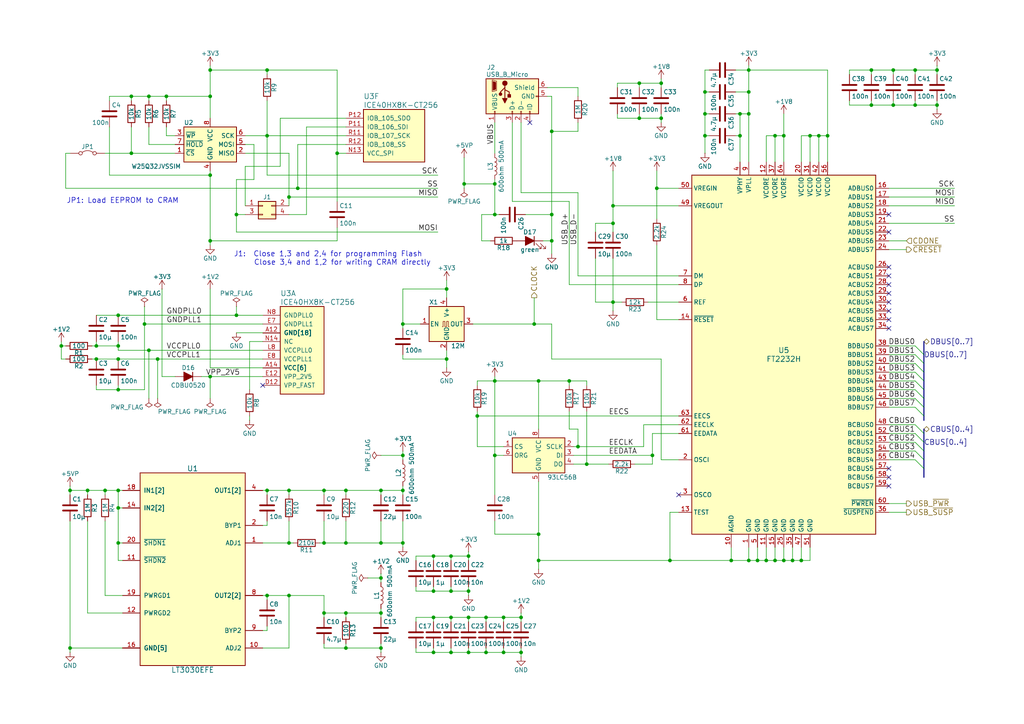
<source format=kicad_sch>
(kicad_sch (version 20231120) (generator "eeschema") (generator_version "8.0")
  (paper "A4")
  (title_block (title "Game Boy reverse eng. FPGA board") (date "2024-12-09") (rev "1") (company "CC-BY-SA-4.0 Michael Singer") (comment 1 "https://github.com/msinger/gbreveng/") (comment 2 "http://iceboy.a-singer.de/"))
  (junction (at 60.96 109.22))
  (junction (at 125.73 161.29))
  (junction (at 135.89 189.23))
  (junction (at 110.49 157.48))
  (junction (at 34.29 100.33))
  (junction (at 34.29 104.14))
  (junction (at 146.05 189.23))
  (junction (at 77.47 142.24))
  (junction (at 224.79 162.56))
  (junction (at 86.36 54.61))
  (junction (at 237.49 39.37))
  (junction (at 138.43 120.65))
  (junction (at 20.32 187.96))
  (junction (at 60.96 27.94))
  (junction (at 100.33 187.96))
  (junction (at 217.17 162.56))
  (junction (at 97.79 44.45))
  (junction (at 160.02 69.85))
  (junction (at 93.98 142.24))
  (junction (at 125.73 171.45))
  (junction (at 143.51 53.34))
  (junction (at 116.84 93.98))
  (junction (at 34.29 91.44))
  (junction (at 190.5 54.61))
  (junction (at 154.94 93.98))
  (junction (at 100.33 157.48))
  (junction (at 156.21 154.94))
  (junction (at 204.47 33.02))
  (junction (at 38.1 27.94))
  (junction (at 116.84 142.24))
  (junction (at 129.54 104.14))
  (junction (at 93.98 157.48))
  (junction (at 143.51 110.49))
  (junction (at 110.49 187.96))
  (junction (at 160.02 62.23))
  (junction (at 130.81 189.23))
  (junction (at 156.21 110.49))
  (junction (at 259.08 20.32))
  (junction (at 17.78 100.33))
  (junction (at 219.71 162.56))
  (junction (at 134.62 53.34))
  (junction (at 227.33 39.37))
  (junction (at 191.77 24.13))
  (junction (at 129.54 83.82))
  (junction (at 60.96 69.85))
  (junction (at 189.23 132.08))
  (junction (at 240.03 39.37))
  (junction (at 170.18 134.62))
  (junction (at 34.29 157.48))
  (junction (at 252.73 30.48))
  (junction (at 177.8 64.77))
  (junction (at 252.73 20.32))
  (junction (at 177.8 59.69))
  (junction (at 227.33 162.56))
  (junction (at 130.81 179.07))
  (junction (at 271.78 20.32))
  (junction (at 204.47 39.37))
  (junction (at 83.82 157.48))
  (junction (at 38.1 44.45))
  (junction (at 45.72 104.14))
  (junction (at 34.29 142.24))
  (junction (at 222.25 162.56))
  (junction (at 224.79 39.37))
  (junction (at 125.73 179.07))
  (junction (at 214.63 39.37))
  (junction (at 110.49 142.24))
  (junction (at 20.32 142.24))
  (junction (at 160.02 38.1))
  (junction (at 229.87 162.56))
  (junction (at 234.95 39.37))
  (junction (at 271.78 30.48))
  (junction (at 146.05 179.07))
  (junction (at 217.17 33.02))
  (junction (at 93.98 177.8))
  (junction (at 232.41 162.56))
  (junction (at 140.97 189.23))
  (junction (at 191.77 34.29))
  (junction (at 77.47 20.32))
  (junction (at 77.47 39.37))
  (junction (at 34.29 113.03))
  (junction (at 177.8 87.63))
  (junction (at 116.84 157.48))
  (junction (at 204.47 26.67))
  (junction (at 194.31 162.56))
  (junction (at 110.49 177.8))
  (junction (at 212.09 162.56))
  (junction (at 151.13 179.07))
  (junction (at 140.97 179.07))
  (junction (at 130.81 161.29))
  (junction (at 143.51 62.23))
  (junction (at 27.94 104.14))
  (junction (at 100.33 177.8))
  (junction (at 143.51 132.08))
  (junction (at 25.4 142.24))
  (junction (at 135.89 179.07))
  (junction (at 83.82 142.24))
  (junction (at 217.17 20.32))
  (junction (at 77.47 172.72))
  (junction (at 259.08 30.48))
  (junction (at 30.48 142.24))
  (junction (at 265.43 30.48))
  (junction (at 41.91 93.98))
  (junction (at 165.1 110.49))
  (junction (at 68.58 62.23))
  (junction (at 151.13 189.23))
  (junction (at 100.33 142.24))
  (junction (at 217.17 26.67))
  (junction (at 265.43 20.32))
  (junction (at 116.84 132.08))
  (junction (at 43.18 101.6))
  (junction (at 83.82 172.72))
  (junction (at 48.26 27.94))
  (junction (at 83.82 57.15))
  (junction (at 125.73 189.23))
  (junction (at 110.49 167.64))
  (junction (at 135.89 161.29))
  (junction (at 60.96 20.32))
  (junction (at 130.81 171.45))
  (junction (at 185.42 24.13))
  (junction (at 185.42 34.29))
  (junction (at 167.64 129.54))
  (junction (at 156.21 162.56))
  (junction (at 43.18 27.94))
  (junction (at 34.29 147.32))
  (junction (at 135.89 171.45))
  (junction (at 68.58 91.44))
  (junction (at 214.63 33.02))
  (junction (at 27.94 100.33))
  (junction (at 60.96 50.8))
  (no_connect (at 196.85 143.51))
  (no_connect (at 257.81 82.55))
  (no_connect (at 257.81 92.71))
  (no_connect (at 257.81 62.23))
  (no_connect (at 257.81 135.89))
  (no_connect (at 153.67 35.56))
  (no_connect (at 257.81 80.01))
  (no_connect (at 257.81 85.09))
  (no_connect (at 257.81 138.43))
  (no_connect (at 257.81 90.17))
  (no_connect (at 257.81 77.47))
  (no_connect (at 257.81 140.97))
  (no_connect (at 76.2 111.76))
  (no_connect (at 257.81 95.25))
  (no_connect (at 257.81 87.63))
  (no_connect (at 257.81 67.31))
  (bus_entry (at 265.43 110.49) (size 2.54 2.54))
  (bus_entry (at 265.43 123.19) (size 2.54 2.54))
  (bus_entry (at 265.43 102.87) (size 2.54 2.54))
  (bus_entry (at 265.43 105.41) (size 2.54 2.54))
  (bus_entry (at 265.43 133.35) (size 2.54 2.54))
  (bus_entry (at 265.43 113.03) (size 2.54 2.54))
  (bus_entry (at 265.43 128.27) (size 2.54 2.54))
  (bus_entry (at 265.43 125.73) (size 2.54 2.54))
  (bus_entry (at 265.43 115.57) (size 2.54 2.54))
  (bus_entry (at 265.43 130.81) (size 2.54 2.54))
  (bus_entry (at 265.43 100.33) (size 2.54 2.54))
  (bus_entry (at 265.43 118.11) (size 2.54 2.54))
  (bus_entry (at 265.43 107.95) (size 2.54 2.54))
  (wire (pts (xy 185.42 34.29) (xy 191.77 34.29)))
  (wire (pts (xy 125.73 161.29) (xy 125.73 162.56)))
  (wire (pts (xy 259.08 29.21) (xy 259.08 30.48)))
  (wire (pts (xy 143.51 53.34) (xy 143.51 62.23)))
  (wire (pts (xy 271.78 30.48) (xy 271.78 31.75)))
  (wire (pts (xy 77.47 182.88) (xy 76.2 182.88)))
  (wire (pts (xy 151.13 187.96) (xy 151.13 189.23)))
  (wire (pts (xy 81.28 34.29) (xy 81.28 48.26)))
  (wire (pts (xy 77.47 20.32) (xy 97.79 20.32)))
  (wire (pts (xy 143.51 35.56) (xy 143.51 44.45)))
  (wire (pts (xy 138.43 110.49) (xy 138.43 111.76)))
  (wire (pts (xy 110.49 186.69) (xy 110.49 187.96)))
  (wire (pts (xy 156.21 139.7) (xy 156.21 154.94)))
  (wire (pts (xy 100.33 179.07) (xy 100.33 177.8)))
  (wire (pts (xy 172.72 64.77) (xy 177.8 64.77)))
  (wire (pts (xy 25.4 142.24) (xy 30.48 142.24)))
  (wire (pts (xy 257.81 72.39) (xy 262.89 72.39)))
  (wire (pts (xy 191.77 33.02) (xy 191.77 34.29)))
  (wire (pts (xy 83.82 187.96) (xy 76.2 187.96)))
  (wire (pts (xy 166.37 134.62) (xy 170.18 134.62)))
  (wire (pts (xy 72.39 99.06) (xy 76.2 99.06)))
  (wire (pts (xy 58.42 109.22) (xy 60.96 109.22)))
  (wire (pts (xy 100.33 157.48) (xy 100.33 151.13)))
  (wire (pts (xy 110.49 176.53) (xy 110.49 177.8)))
  (wire (pts (xy 191.77 34.29) (xy 191.77 35.56)))
  (wire (pts (xy 151.13 177.8) (xy 151.13 179.07)))
  (wire (pts (xy 100.33 44.45) (xy 97.79 44.45)))
  (wire (pts (xy 143.51 110.49) (xy 143.51 109.22)))
  (wire (pts (xy 93.98 142.24) (xy 100.33 142.24)))
  (wire (pts (xy 116.84 93.98) (xy 116.84 95.25)))
  (wire (pts (xy 130.81 179.07) (xy 135.89 179.07)))
  (wire (pts (xy 257.81 146.05) (xy 262.89 146.05)))
  (wire (pts (xy 73.66 41.91) (xy 73.66 52.07)))
  (wire (pts (xy 110.49 142.24) (xy 110.49 143.51)))
  (bus (pts (xy 267.97 113.03) (xy 267.97 110.49)))
  (wire (pts (xy 167.64 38.1) (xy 160.02 38.1)))
  (wire (pts (xy 205.74 20.32) (xy 204.47 20.32)))
  (wire (pts (xy 177.8 87.63) (xy 177.8 90.17)))
  (wire (pts (xy 227.33 39.37) (xy 227.33 46.99)))
  (wire (pts (xy 204.47 26.67) (xy 205.74 26.67)))
  (wire (pts (xy 125.73 171.45) (xy 125.73 170.18)))
  (wire (pts (xy 222.25 158.75) (xy 222.25 162.56)))
  (wire (pts (xy 17.78 104.14) (xy 19.05 104.14)))
  (bus (pts (xy 267.97 128.27) (xy 267.97 130.81)))
  (wire (pts (xy 160.02 38.1) (xy 160.02 62.23)))
  (bus (pts (xy 267.97 115.57) (xy 267.97 113.03)))
  (wire (pts (xy 27.94 113.03) (xy 27.94 111.76)))
  (wire (pts (xy 17.78 100.33) (xy 17.78 104.14)))
  (wire (pts (xy 120.65 170.18) (xy 120.65 171.45)))
  (wire (pts (xy 110.49 167.64) (xy 110.49 168.91)))
  (wire (pts (xy 135.89 179.07) (xy 135.89 180.34)))
  (wire (pts (xy 34.29 99.06) (xy 34.29 100.33)))
  (wire (pts (xy 60.96 50.8) (xy 60.96 69.85)))
  (wire (pts (xy 60.96 106.68) (xy 76.2 106.68)))
  (wire (pts (xy 77.47 172.72) (xy 83.82 172.72)))
  (wire (pts (xy 185.42 34.29) (xy 185.42 33.02)))
  (wire (pts (xy 135.89 171.45) (xy 135.89 172.72)))
  (wire (pts (xy 191.77 24.13) (xy 191.77 25.4)))
  (wire (pts (xy 97.79 69.85) (xy 60.96 69.85)))
  (wire (pts (xy 135.89 179.07) (xy 140.97 179.07)))
  (wire (pts (xy 190.5 54.61) (xy 196.85 54.61)))
  (wire (pts (xy 257.81 107.95) (xy 265.43 107.95)))
  (wire (pts (xy 38.1 27.94) (xy 43.18 27.94)))
  (wire (pts (xy 186.69 123.19) (xy 196.85 123.19)))
  (wire (pts (xy 222.25 39.37) (xy 224.79 39.37)))
  (bus (pts (xy 267.97 135.89) (xy 267.97 138.43)))
  (wire (pts (xy 43.18 101.6) (xy 76.2 101.6)))
  (wire (pts (xy 125.73 171.45) (xy 130.81 171.45)))
  (wire (pts (xy 140.97 179.07) (xy 146.05 179.07)))
  (wire (pts (xy 160.02 104.14) (xy 160.02 93.98)))
  (wire (pts (xy 60.96 109.22) (xy 76.2 109.22)))
  (wire (pts (xy 68.58 62.23) (xy 71.12 62.23)))
  (wire (pts (xy 120.65 187.96) (xy 120.65 189.23)))
  (wire (pts (xy 83.82 157.48) (xy 85.09 157.48)))
  (wire (pts (xy 100.33 142.24) (xy 110.49 142.24)))
  (wire (pts (xy 217.17 19.05) (xy 217.17 20.32)))
  (wire (pts (xy 156.21 165.1) (xy 156.21 162.56)))
  (wire (pts (xy 34.29 104.14) (xy 45.72 104.14)))
  (wire (pts (xy 224.79 162.56) (xy 222.25 162.56)))
  (wire (pts (xy 17.78 99.06) (xy 17.78 100.33)))
  (wire (pts (xy 106.68 167.64) (xy 110.49 167.64)))
  (wire (pts (xy 30.48 142.24) (xy 30.48 143.51)))
  (wire (pts (xy 77.47 172.72) (xy 77.47 173.99)))
  (wire (pts (xy 83.82 151.13) (xy 83.82 157.48)))
  (wire (pts (xy 38.1 44.45) (xy 50.8 44.45)))
  (wire (pts (xy 116.84 130.81) (xy 116.84 132.08)))
  (wire (pts (xy 25.4 151.13) (xy 25.4 177.8)))
  (wire (pts (xy 41.91 88.9) (xy 41.91 93.98)))
  (wire (pts (xy 265.43 20.32) (xy 271.78 20.32)))
  (wire (pts (xy 240.03 39.37) (xy 237.49 39.37)))
  (wire (pts (xy 213.36 20.32) (xy 217.17 20.32)))
  (wire (pts (xy 93.98 151.13) (xy 93.98 157.48)))
  (wire (pts (xy 68.58 88.9) (xy 68.58 91.44)))
  (wire (pts (xy 166.37 132.08) (xy 189.23 132.08)))
  (wire (pts (xy 190.5 92.71) (xy 190.5 71.12)))
  (wire (pts (xy 134.62 45.72) (xy 134.62 53.34)))
  (wire (pts (xy 259.08 20.32) (xy 265.43 20.32)))
  (wire (pts (xy 165.1 119.38) (xy 165.1 124.46)))
  (wire (pts (xy 31.75 36.83) (xy 31.75 50.8)))
  (wire (pts (xy 135.89 161.29) (xy 135.89 162.56)))
  (wire (pts (xy 219.71 162.56) (xy 217.17 162.56)))
  (wire (pts (xy 125.73 161.29) (xy 130.81 161.29)))
  (wire (pts (xy 146.05 189.23) (xy 151.13 189.23)))
  (wire (pts (xy 100.33 187.96) (xy 100.33 186.69)))
  (wire (pts (xy 26.67 104.14) (xy 27.94 104.14)))
  (wire (pts (xy 86.36 54.61) (xy 127 54.61)))
  (wire (pts (xy 143.51 132.08) (xy 143.51 143.51)))
  (wire (pts (xy 165.1 124.46) (xy 167.64 124.46)))
  (wire (pts (xy 257.81 118.11) (xy 265.43 118.11)))
  (wire (pts (xy 129.54 81.28) (xy 129.54 83.82)))
  (wire (pts (xy 177.8 87.63) (xy 180.34 87.63)))
  (wire (pts (xy 160.02 69.85) (xy 160.02 73.66)))
  (wire (pts (xy 184.15 134.62) (xy 189.23 134.62)))
  (wire (pts (xy 257.81 125.73) (xy 265.43 125.73)))
  (wire (pts (xy 38.1 36.83) (xy 38.1 44.45)))
  (wire (pts (xy 146.05 179.07) (xy 151.13 179.07)))
  (wire (pts (xy 222.25 162.56) (xy 219.71 162.56)))
  (wire (pts (xy 204.47 33.02) (xy 205.74 33.02)))
  (wire (pts (xy 224.79 39.37) (xy 224.79 46.99)))
  (wire (pts (xy 170.18 134.62) (xy 176.53 134.62)))
  (bus (pts (xy 267.97 133.35) (xy 267.97 135.89)))
  (wire (pts (xy 167.64 55.88) (xy 167.64 80.01)))
  (wire (pts (xy 73.66 52.07) (xy 68.58 52.07)))
  (wire (pts (xy 165.1 110.49) (xy 165.1 111.76)))
  (wire (pts (xy 214.63 39.37) (xy 214.63 46.99)))
  (wire (pts (xy 135.89 160.02) (xy 135.89 161.29)))
  (wire (pts (xy 34.29 142.24) (xy 35.56 142.24)))
  (wire (pts (xy 125.73 179.07) (xy 125.73 180.34)))
  (wire (pts (xy 167.64 80.01) (xy 196.85 80.01)))
  (wire (pts (xy 68.58 67.31) (xy 127 67.31)))
  (wire (pts (xy 252.73 30.48) (xy 259.08 30.48)))
  (wire (pts (xy 177.8 64.77) (xy 177.8 67.31)))
  (wire (pts (xy 60.96 83.82) (xy 60.96 106.68)))
  (wire (pts (xy 152.4 62.23) (xy 160.02 62.23)))
  (wire (pts (xy 217.17 33.02) (xy 214.63 33.02)))
  (wire (pts (xy 48.26 27.94) (xy 60.96 27.94)))
  (wire (pts (xy 20.32 142.24) (xy 20.32 143.51)))
  (wire (pts (xy 93.98 177.8) (xy 100.33 177.8)))
  (wire (pts (xy 217.17 26.67) (xy 213.36 26.67)))
  (wire (pts (xy 129.54 101.6) (xy 129.54 104.14)))
  (wire (pts (xy 190.5 49.53) (xy 190.5 54.61)))
  (wire (pts (xy 100.33 187.96) (xy 110.49 187.96)))
  (wire (pts (xy 93.98 142.24) (xy 93.98 143.51)))
  (wire (pts (xy 140.97 189.23) (xy 146.05 189.23)))
  (wire (pts (xy 31.75 50.8) (xy 60.96 50.8)))
  (wire (pts (xy 77.47 39.37) (xy 77.47 50.8)))
  (wire (pts (xy 93.98 186.69) (xy 93.98 187.96)))
  (wire (pts (xy 227.33 33.02) (xy 227.33 39.37)))
  (wire (pts (xy 116.84 83.82) (xy 116.84 93.98)))
  (wire (pts (xy 25.4 177.8) (xy 35.56 177.8)))
  (wire (pts (xy 217.17 162.56) (xy 212.09 162.56)))
  (wire (pts (xy 232.41 39.37) (xy 234.95 39.37)))
  (wire (pts (xy 227.33 158.75) (xy 227.33 162.56)))
  (wire (pts (xy 76.2 142.24) (xy 77.47 142.24)))
  (wire (pts (xy 212.09 162.56) (xy 194.31 162.56)))
  (wire (pts (xy 46.99 109.22) (xy 50.8 109.22)))
  (wire (pts (xy 138.43 120.65) (xy 196.85 120.65)))
  (wire (pts (xy 134.62 53.34) (xy 134.62 54.61)))
  (wire (pts (xy 246.38 20.32) (xy 252.73 20.32)))
  (wire (pts (xy 257.81 54.61) (xy 276.86 54.61)))
  (wire (pts (xy 172.72 74.93) (xy 172.72 87.63)))
  (wire (pts (xy 43.18 29.21) (xy 43.18 27.94)))
  (wire (pts (xy 232.41 162.56) (xy 229.87 162.56)))
  (wire (pts (xy 72.39 120.65) (xy 72.39 121.92)))
  (wire (pts (xy 41.91 93.98) (xy 76.2 93.98)))
  (wire (pts (xy 257.81 130.81) (xy 265.43 130.81)))
  (wire (pts (xy 219.71 158.75) (xy 219.71 162.56)))
  (wire (pts (xy 83.82 57.15) (xy 127 57.15)))
  (wire (pts (xy 34.29 101.6) (xy 43.18 101.6)))
  (wire (pts (xy 68.58 96.52) (xy 76.2 96.52)))
  (wire (pts (xy 110.49 142.24) (xy 116.84 142.24)))
  (wire (pts (xy 45.72 104.14) (xy 76.2 104.14)))
  (wire (pts (xy 191.77 133.35) (xy 191.77 104.14)))
  (wire (pts (xy 77.47 29.21) (xy 77.47 39.37)))
  (wire (pts (xy 252.73 20.32) (xy 252.73 21.59)))
  (wire (pts (xy 177.8 49.53) (xy 177.8 59.69)))
  (wire (pts (xy 170.18 110.49) (xy 170.18 111.76)))
  (wire (pts (xy 160.02 27.94) (xy 160.02 38.1)))
  (wire (pts (xy 262.89 148.59) (xy 257.81 148.59)))
  (wire (pts (xy 189.23 125.73) (xy 189.23 132.08)))
  (wire (pts (xy 232.41 39.37) (xy 232.41 46.99)))
  (wire (pts (xy 204.47 33.02) (xy 204.47 39.37)))
  (wire (pts (xy 130.81 161.29) (xy 130.81 162.56)))
  (wire (pts (xy 143.51 62.23) (xy 144.78 62.23)))
  (wire (pts (xy 71.12 48.26) (xy 71.12 59.69)))
  (wire (pts (xy 204.47 20.32) (xy 204.47 26.67)))
  (wire (pts (xy 30.48 151.13) (xy 30.48 172.72)))
  (wire (pts (xy 60.96 115.57) (xy 60.96 109.22)))
  (wire (pts (xy 257.81 59.69) (xy 276.86 59.69)))
  (wire (pts (xy 204.47 39.37) (xy 205.74 39.37)))
  (wire (pts (xy 116.84 140.97) (xy 116.84 142.24)))
  (wire (pts (xy 185.42 25.4) (xy 185.42 24.13)))
  (wire (pts (xy 97.79 66.04) (xy 97.79 69.85)))
  (wire (pts (xy 217.17 158.75) (xy 217.17 162.56)))
  (wire (pts (xy 27.94 104.14) (xy 34.29 104.14)))
  (wire (pts (xy 177.8 74.93) (xy 177.8 87.63)))
  (wire (pts (xy 43.18 27.94) (xy 48.26 27.94)))
  (wire (pts (xy 229.87 158.75) (xy 229.87 162.56)))
  (wire (pts (xy 129.54 104.14) (xy 129.54 106.68)))
  (wire (pts (xy 160.02 62.23) (xy 160.02 69.85)))
  (wire (pts (xy 110.49 157.48) (xy 116.84 157.48)))
  (wire (pts (xy 214.63 39.37) (xy 213.36 39.37)))
  (wire (pts (xy 41.91 113.03) (xy 34.29 113.03)))
  (wire (pts (xy 234.95 39.37) (xy 234.95 46.99)))
  (wire (pts (xy 212.09 158.75) (xy 212.09 162.56)))
  (wire (pts (xy 116.84 102.87) (xy 116.84 104.14)))
  (wire (pts (xy 76.2 172.72) (xy 77.47 172.72)))
  (wire (pts (xy 34.29 162.56) (xy 35.56 162.56)))
  (wire (pts (xy 165.1 110.49) (xy 170.18 110.49)))
  (wire (pts (xy 271.78 29.21) (xy 271.78 30.48)))
  (wire (pts (xy 76.2 157.48) (xy 83.82 157.48)))
  (wire (pts (xy 34.29 157.48) (xy 34.29 162.56)))
  (wire (pts (xy 156.21 154.94) (xy 156.21 162.56)))
  (wire (pts (xy 93.98 177.8) (xy 93.98 179.07)))
  (bus (pts (xy 267.97 105.41) (xy 267.97 102.87)))
  (wire (pts (xy 143.51 53.34) (xy 134.62 53.34)))
  (wire (pts (xy 77.47 181.61) (xy 77.47 182.88)))
  (wire (pts (xy 125.73 189.23) (xy 130.81 189.23)))
  (wire (pts (xy 92.71 157.48) (xy 93.98 157.48)))
  (wire (pts (xy 217.17 33.02) (xy 217.17 46.99)))
  (wire (pts (xy 204.47 39.37) (xy 204.47 44.45)))
  (wire (pts (xy 160.02 104.14) (xy 191.77 104.14)))
  (wire (pts (xy 185.42 24.13) (xy 191.77 24.13)))
  (wire (pts (xy 167.64 25.4) (xy 167.64 27.94)))
  (wire (pts (xy 138.43 119.38) (xy 138.43 120.65)))
  (wire (pts (xy 41.91 93.98) (xy 41.91 113.03)))
  (wire (pts (xy 110.49 157.48) (xy 110.49 151.13)))
  (wire (pts (xy 83.82 57.15) (xy 83.82 59.69)))
  (wire (pts (xy 138.43 110.49) (xy 143.51 110.49)))
  (wire (pts (xy 257.81 113.03) (xy 265.43 113.03)))
  (wire (pts (xy 130.81 171.45) (xy 130.81 170.18)))
  (wire (pts (xy 135.89 189.23) (xy 140.97 189.23)))
  (wire (pts (xy 257.81 100.33) (xy 265.43 100.33)))
  (wire (pts (xy 19.05 54.61) (xy 86.36 54.61)))
  (wire (pts (xy 172.72 67.31) (xy 172.72 64.77)))
  (wire (pts (xy 135.89 189.23) (xy 135.89 187.96)))
  (wire (pts (xy 222.25 39.37) (xy 222.25 46.99)))
  (wire (pts (xy 46.99 83.82) (xy 46.99 109.22)))
  (wire (pts (xy 151.13 35.56) (xy 151.13 55.88)))
  (wire (pts (xy 100.33 34.29) (xy 81.28 34.29)))
  (wire (pts (xy 20.32 187.96) (xy 20.32 189.23)))
  (wire (pts (xy 120.65 162.56) (xy 120.65 161.29)))
  (wire (pts (xy 83.82 142.24) (xy 93.98 142.24)))
  (wire (pts (xy 26.67 100.33) (xy 27.94 100.33)))
  (wire (pts (xy 120.65 161.29) (xy 125.73 161.29)))
  (wire (pts (xy 125.73 189.23) (xy 125.73 187.96)))
  (wire (pts (xy 191.77 133.35) (xy 196.85 133.35)))
  (wire (pts (xy 246.38 29.21) (xy 246.38 30.48)))
  (wire (pts (xy 30.48 44.45) (xy 38.1 44.45)))
  (wire (pts (xy 138.43 120.65) (xy 138.43 129.54)))
  (wire (pts (xy 140.97 189.23) (xy 140.97 187.96)))
  (wire (pts (xy 143.51 52.07) (xy 143.51 53.34)))
  (wire (pts (xy 60.96 20.32) (xy 60.96 27.94)))
  (wire (pts (xy 116.84 151.13) (xy 116.84 157.48)))
  (wire (pts (xy 34.29 157.48) (xy 35.56 157.48)))
  (wire (pts (xy 20.32 142.24) (xy 25.4 142.24)))
  (wire (pts (xy 234.95 162.56) (xy 232.41 162.56)))
  (bus (pts (xy 267.97 121.92) (xy 267.97 120.65)))
  (wire (pts (xy 172.72 87.63) (xy 177.8 87.63)))
  (wire (pts (xy 257.81 115.57) (xy 265.43 115.57)))
  (wire (pts (xy 165.1 82.55) (xy 196.85 82.55)))
  (wire (pts (xy 257.81 102.87) (xy 265.43 102.87)))
  (wire (pts (xy 151.13 179.07) (xy 151.13 180.34)))
  (wire (pts (xy 252.73 20.32) (xy 259.08 20.32)))
  (wire (pts (xy 143.51 151.13) (xy 143.51 154.94)))
  (wire (pts (xy 257.81 57.15) (xy 276.86 57.15)))
  (wire (pts (xy 130.81 189.23) (xy 130.81 187.96)))
  (wire (pts (xy 68.58 91.44) (xy 76.2 91.44)))
  (wire (pts (xy 93.98 157.48) (xy 100.33 157.48)))
  (wire (pts (xy 60.96 69.85) (xy 60.96 71.12)))
  (wire (pts (xy 100.33 177.8) (xy 110.49 177.8)))
  (wire (pts (xy 167.64 35.56) (xy 167.64 38.1)))
  (wire (pts (xy 93.98 187.96) (xy 100.33 187.96)))
  (wire (pts (xy 146.05 189.23) (xy 146.05 187.96)))
  (wire (pts (xy 240.03 20.32) (xy 240.03 39.37)))
  (wire (pts (xy 189.23 132.08) (xy 189.23 134.62)))
  (wire (pts (xy 30.48 172.72) (xy 35.56 172.72)))
  (wire (pts (xy 77.47 20.32) (xy 77.47 21.59)))
  (wire (pts (xy 139.7 69.85) (xy 142.24 69.85)))
  (wire (pts (xy 60.96 27.94) (xy 60.96 34.29)))
  (wire (pts (xy 17.78 100.33) (xy 19.05 100.33)))
  (wire (pts (xy 257.81 64.77) (xy 276.86 64.77)))
  (wire (pts (xy 48.26 36.83) (xy 48.26 39.37)))
  (wire (pts (xy 34.29 100.33) (xy 34.29 101.6)))
  (wire (pts (xy 157.48 69.85) (xy 160.02 69.85)))
  (bus (pts (xy 267.97 110.49) (xy 267.97 107.95)))
  (wire (pts (xy 156.21 110.49) (xy 156.21 124.46)))
  (wire (pts (xy 121.92 93.98) (xy 116.84 93.98)))
  (wire (pts (xy 194.31 148.59) (xy 194.31 162.56)))
  (wire (pts (xy 217.17 20.32) (xy 217.17 26.67)))
  (wire (pts (xy 151.13 189.23) (xy 151.13 190.5)))
  (wire (pts (xy 50.8 41.91) (xy 43.18 41.91)))
  (wire (pts (xy 257.81 110.49) (xy 265.43 110.49)))
  (wire (pts (xy 116.84 104.14) (xy 129.54 104.14)))
  (wire (pts (xy 68.58 52.07) (xy 68.58 62.23)))
  (wire (pts (xy 158.75 25.4) (xy 167.64 25.4)))
  (wire (pts (xy 179.07 24.13) (xy 185.42 24.13)))
  (wire (pts (xy 143.51 132.08) (xy 146.05 132.08)))
  (wire (pts (xy 60.96 20.32) (xy 77.47 20.32)))
  (wire (pts (xy 179.07 24.13) (xy 179.07 25.4)))
  (wire (pts (xy 143.51 110.49) (xy 143.51 132.08)))
  (wire (pts (xy 190.5 92.71) (xy 196.85 92.71)))
  (wire (pts (xy 27.94 100.33) (xy 27.94 99.06)))
  (wire (pts (xy 259.08 20.32) (xy 259.08 21.59)))
  (wire (pts (xy 139.7 62.23) (xy 143.51 62.23)))
  (wire (pts (xy 71.12 41.91) (xy 73.66 41.91)))
  (wire (pts (xy 129.54 83.82) (xy 116.84 83.82)))
  (wire (pts (xy 120.65 189.23) (xy 125.73 189.23)))
  (wire (pts (xy 257.81 128.27) (xy 265.43 128.27)))
  (wire (pts (xy 48.26 39.37) (xy 50.8 39.37)))
  (wire (pts (xy 240.03 39.37) (xy 240.03 46.99)))
  (wire (pts (xy 77.47 50.8) (xy 127 50.8)))
  (bus (pts (xy 267.97 130.81) (xy 267.97 133.35)))
  (wire (pts (xy 165.1 58.42) (xy 165.1 82.55)))
  (wire (pts (xy 214.63 33.02) (xy 213.36 33.02)))
  (bus (pts (xy 267.97 118.11) (xy 267.97 115.57)))
  (wire (pts (xy 146.05 179.07) (xy 146.05 180.34)))
  (wire (pts (xy 224.79 39.37) (xy 227.33 39.37)))
  (wire (pts (xy 160.02 27.94) (xy 158.75 27.94)))
  (wire (pts (xy 130.81 171.45) (xy 135.89 171.45)))
  (wire (pts (xy 110.49 166.37) (xy 110.49 167.64)))
  (wire (pts (xy 217.17 26.67) (xy 217.17 33.02)))
  (wire (pts (xy 77.47 151.13) (xy 77.47 152.4)))
  (bus (pts (xy 267.97 120.65) (xy 267.97 118.11)))
  (wire (pts (xy 167.64 129.54) (xy 166.37 129.54)))
  (wire (pts (xy 43.18 101.6) (xy 43.18 115.57)))
  (wire (pts (xy 130.81 189.23) (xy 135.89 189.23)))
  (wire (pts (xy 27.94 91.44) (xy 34.29 91.44)))
  (wire (pts (xy 120.65 171.45) (xy 125.73 171.45)))
  (wire (pts (xy 77.47 39.37) (xy 71.12 39.37)))
  (wire (pts (xy 88.9 62.23) (xy 88.9 36.83)))
  (wire (pts (xy 97.79 20.32) (xy 97.79 44.45)))
  (wire (pts (xy 34.29 113.03) (xy 34.29 111.76)))
  (wire (pts (xy 116.84 142.24) (xy 116.84 143.51)))
  (wire (pts (xy 135.89 170.18) (xy 135.89 171.45)))
  (wire (pts (xy 81.28 48.26) (xy 71.12 48.26)))
  (wire (pts (xy 110.49 187.96) (xy 110.49 189.23)))
  (wire (pts (xy 68.58 62.23) (xy 68.58 67.31)))
  (wire (pts (xy 77.47 152.4) (xy 76.2 152.4)))
  (wire (pts (xy 34.29 147.32) (xy 35.56 147.32)))
  (wire (pts (xy 130.81 161.29) (xy 135.89 161.29)))
  (wire (pts (xy 34.29 147.32) (xy 34.29 157.48)))
  (bus (pts (xy 267.97 125.73) (xy 267.97 128.27)))
  (wire (pts (xy 143.51 110.49) (xy 156.21 110.49)))
  (wire (pts (xy 35.56 187.96) (xy 20.32 187.96)))
  (wire (pts (xy 224.79 158.75) (xy 224.79 162.56)))
  (wire (pts (xy 139.7 69.85) (xy 139.7 62.23)))
  (wire (pts (xy 234.95 39.37) (xy 237.49 39.37)))
  (wire (pts (xy 179.07 34.29) (xy 185.42 34.29)))
  (wire (pts (xy 259.08 30.48) (xy 265.43 30.48)))
  (wire (pts (xy 129.54 83.82) (xy 129.54 86.36)))
  (wire (pts (xy 186.69 123.19) (xy 186.69 129.54)))
  (bus (pts (xy 267.97 107.95) (xy 267.97 105.41)))
  (wire (pts (xy 257.81 105.41) (xy 265.43 105.41)))
  (wire (pts (xy 43.18 41.91) (xy 43.18 36.83)))
  (wire (pts (xy 25.4 142.24) (xy 25.4 143.51)))
  (wire (pts (xy 265.43 30.48) (xy 265.43 29.21)))
  (wire (pts (xy 148.59 35.56) (xy 148.59 58.42)))
  (wire (pts (xy 100.33 157.48) (xy 110.49 157.48)))
  (wire (pts (xy 187.96 87.63) (xy 196.85 87.63)))
  (wire (pts (xy 77.47 142.24) (xy 77.47 143.51)))
  (wire (pts (xy 186.69 129.54) (xy 167.64 129.54)))
  (wire (pts (xy 93.98 172.72) (xy 93.98 177.8)))
  (wire (pts (xy 156.21 162.56) (xy 194.31 162.56)))
  (wire (pts (xy 30.48 142.24) (xy 34.29 142.24)))
  (wire (pts (xy 27.94 100.33) (xy 34.29 100.33)))
  (wire (pts (xy 140.97 179.07) (xy 140.97 180.34)))
  (wire (pts (xy 271.78 19.05) (xy 271.78 20.32)))
  (wire (pts (xy 83.82 62.23) (xy 88.9 62.23)))
  (wire (pts (xy 217.17 20.32) (xy 240.03 20.32)))
  (wire (pts (xy 100.33 41.91) (xy 86.36 41.91)))
  (wire (pts (xy 154.94 93.98) (xy 154.94 86.36)))
  (wire (pts (xy 257.81 133.35) (xy 265.43 133.35)))
  (wire (pts (xy 20.32 140.97) (xy 20.32 142.24)))
  (wire (pts (xy 97.79 44.45) (xy 97.79 58.42)))
  (wire (pts (xy 143.51 154.94) (xy 156.21 154.94)))
  (wire (pts (xy 204.47 26.67) (xy 204.47 33.02)))
  (bus (pts (xy 267.97 102.87) (xy 267.97 99.06)))
  (wire (pts (xy 227.33 162.56) (xy 224.79 162.56)))
  (wire (pts (xy 232.41 158.75) (xy 232.41 162.56)))
  (wire (pts (xy 19.05 44.45) (xy 20.32 44.45)))
  (wire (pts (xy 86.36 41.91) (xy 86.36 54.61)))
  (wire (pts (xy 72.39 99.06) (xy 72.39 113.03)))
  (wire (pts (xy 20.32 151.13) (xy 20.32 187.96)))
  (wire (pts (xy 246.38 21.59) (xy 246.38 20.32)))
  (wire (pts (xy 194.31 148.59) (xy 196.85 148.59)))
  (wire (pts (xy 151.13 55.88) (xy 167.64 55.88)))
  (wire (pts (xy 116.84 157.48) (xy 116.84 158.75)))
  (wire (pts (xy 38.1 27.94) (xy 38.1 29.21)))
  (wire (pts (xy 71.12 44.45) (xy 83.82 44.45)))
  (wire (pts (xy 154.94 93.98) (xy 160.02 93.98)))
  (wire (pts (xy 110.49 177.8) (xy 110.49 179.07)))
  (wire (pts (xy 83.82 142.24) (xy 83.82 143.51)))
  (wire (pts (xy 191.77 22.86) (xy 191.77 24.13)))
  (wire (pts (xy 246.38 30.48) (xy 252.73 30.48)))
  (wire (pts (xy 100.33 142.24) (xy 100.33 143.51)))
  (wire (pts (xy 60.96 49.53) (xy 60.96 50.8)))
  (wire (pts (xy 83.82 44.45) (xy 83.82 57.15)))
  (wire (pts (xy 234.95 158.75) (xy 234.95 162.56)))
  (wire (pts (xy 189.23 125.73) (xy 196.85 125.73)))
  (wire (pts (xy 130.81 179.07) (xy 130.81 180.34)))
  (wire (pts (xy 19.05 54.61) (xy 19.05 44.45)))
  (wire (pts (xy 265.43 20.32) (xy 265.43 21.59)))
  (wire (pts (xy 48.26 27.94) (xy 48.26 29.21)))
  (wire (pts (xy 116.84 132.08) (xy 116.84 133.35)))
  (wire (pts (xy 271.78 20.32) (xy 271.78 21.59)))
  (wire (pts (xy 120.65 179.07) (xy 125.73 179.07)))
  (wire (pts (xy 237.49 39.37) (xy 237.49 46.99)))
  (wire (pts (xy 34.29 91.44) (xy 68.58 91.44)))
  (wire (pts (xy 83.82 172.72) (xy 93.98 172.72)))
  (wire (pts (xy 177.8 59.69) (xy 196.85 59.69)))
  (wire (pts (xy 100.33 36.83) (xy 88.9 36.83)))
  (wire (pts (xy 179.07 33.02) (xy 179.07 34.29)))
  (wire (pts (xy 34.29 142.24) (xy 34.29 147.32)))
  (wire (pts (xy 257.81 123.19) (xy 265.43 123.19)))
  (wire (pts (xy 170.18 119.38) (xy 170.18 134.62)))
  (wire (pts (xy 138.43 129.54) (xy 146.05 129.54)))
  (wire (pts (xy 156.21 110.49) (xy 165.1 110.49)))
  (wire (pts (xy 214.63 33.02) (xy 214.63 39.37)))
  (wire (pts (xy 167.64 124.46) (xy 167.64 129.54)))
  (bus (pts (xy 267.97 124.46) (xy 267.97 125.73)))
  (wire (pts (xy 120.65 180.34) (xy 120.65 179.07)))
  (wire (pts (xy 265.43 30.48) (xy 271.78 30.48)))
  (wire (pts (xy 137.16 93.98) (xy 154.94 93.98)))
  (wire (pts (xy 116.84 132.08) (xy 110.49 132.08)))
  (wire (pts (xy 229.87 162.56) (xy 227.33 162.56)))
  (wire (pts (xy 77.47 142.24) (xy 83.82 142.24)))
  (wire (pts (xy 31.75 27.94) (xy 38.1 27.94)))
  (wire (pts (xy 190.5 54.61) (xy 190.5 63.5)))
  (wire (pts (xy 31.75 29.21) (xy 31.75 27.94)))
  (wire (pts (xy 83.82 172.72) (xy 83.82 187.96)))
  (wire (pts (xy 45.72 115.57) (xy 45.72 104.14)))
  (wire (pts (xy 100.33 39.37) (xy 77.47 39.37)))
  (wire (pts (xy 257.81 69.85) (xy 262.89 69.85)))
  (wire (pts (xy 177.8 59.69) (xy 177.8 64.77)))
  (wire (pts (xy 34.29 113.03) (xy 27.94 113.03)))
  (wire (pts (xy 252.73 30.48) (xy 252.73 29.21)))
  (wire (pts (xy 125.73 179.07) (xy 130.81 179.07)))
  (wire (pts (xy 60.96 19.05) (xy 60.96 20.32)))
  (wire (pts (xy 148.59 58.42) (xy 165.1 58.42)))
  (text "JP1: Load EEPROM to CRAM" (at 19.304 57.404 0) (effects (font (size 1.524 1.524)) (justify left top)))
  (text "J1:  Close 1,3 and 2,4 for programming Flash\n     Close 3,4 and 1,2 for writing CRAM directly" (at 67.818 72.898 0) (effects (font (size 1.524 1.524)) (justify left top)))
  (label "SS" (at 127 54.61 180) (effects (font (size 1.524 1.524))))
  (label "SS" (at 276.86 64.77 180) (effects (font (size 1.524 1.524))))
  (label "DBUS[0..7]" (at 267.97 104.14 0) (effects (font (size 1.524 1.524))))
  (label "VCCPLL0" (at 48.26 101.6 0) (effects (font (size 1.524 1.524))))
  (label "USB_D+" (at 165.1 71.12 90) (effects (font (size 1.524 1.524))))
  (label "GNDPLL0" (at 48.26 91.44 0) (effects (font (size 1.524 1.524))))
  (label "CBUS1" (at 265.43 125.73 180) (effects (font (size 1.524 1.524))))
  (label "CBUS4" (at 265.43 133.35 180) (effects (font (size 1.524 1.524))))
  (label "EECS" (at 176.53 120.65 0) (effects (font (size 1.524 1.524))))
  (label "EEDATA" (at 176.53 132.08 0) (effects (font (size 1.524 1.524))))
  (label "MISO" (at 276.86 59.69 180) (effects (font (size 1.524 1.524))))
  (label "CBUS3" (at 265.43 130.81 180) (effects (font (size 1.524 1.524))))
  (label "USB_D-" (at 167.64 71.12 90) (effects (font (size 1.524 1.524))))
  (label "CBUS2" (at 265.43 128.27 180) (effects (font (size 1.524 1.524))))
  (label "MOSI" (at 127 67.31 180) (effects (font (size 1.524 1.524))))
  (label "DBUS6" (at 265.43 115.57 180) (effects (font (size 1.524 1.524))))
  (label "MOSI" (at 276.86 57.15 180) (effects (font (size 1.524 1.524))))
  (label "VPP_2V5" (at 59.69 109.22 0) (effects (font (size 1.524 1.524))))
  (label "SCK" (at 127 50.8 180) (effects (font (size 1.524 1.524))))
  (label "DBUS0" (at 265.43 100.33 180) (effects (font (size 1.524 1.524))))
  (label "VCCPLL1" (at 48.26 104.14 0) (effects (font (size 1.524 1.524))))
  (label "DBUS3" (at 265.43 107.95 180) (effects (font (size 1.524 1.524))))
  (label "DBUS1" (at 265.43 102.87 180) (effects (font (size 1.524 1.524))))
  (label "CBUS0" (at 265.43 123.19 180) (effects (font (size 1.524 1.524))))
  (label "DBUS2" (at 265.43 105.41 180) (effects (font (size 1.524 1.524))))
  (label "DBUS5" (at 265.43 113.03 180) (effects (font (size 1.524 1.524))))
  (label "GNDPLL1" (at 48.26 93.98 0) (effects (font (size 1.524 1.524))))
  (label "MISO" (at 127 57.15 180) (effects (font (size 1.524 1.524))))
  (label "SCK" (at 276.86 54.61 180) (effects (font (size 1.524 1.524))))
  (label "VBUS" (at 143.51 41.91 90) (effects (font (size 1.524 1.524))))
  (label "DBUS4" (at 265.43 110.49 180) (effects (font (size 1.524 1.524))))
  (label "DBUS7" (at 265.43 118.11 180) (effects (font (size 1.524 1.524))))
  (label "CBUS[0..4]" (at 267.97 129.54 0) (effects (font (size 1.524 1.524))))
  (label "EECLK" (at 176.53 129.54 0) (effects (font (size 1.524 1.524))))
  (hierarchical_label "USB_~{PWR}" (shape output) (at 262.89 146.05 0) (effects (font (size 1.524 1.524))))
  (hierarchical_label "CLOCK" (shape output) (at 154.94 86.36 90) (effects (font (size 1.524 1.524))))
  (hierarchical_label "CBUS[0..4]" (shape bidirectional) (at 267.97 124.46 0) (effects (font (size 1.524 1.524))))
  (hierarchical_label "DBUS[0..7]" (shape bidirectional) (at 267.97 99.06 0) (effects (font (size 1.524 1.524))))
  (hierarchical_label "~{CRESET}" (shape output) (at 262.89 72.39 0) (effects (font (size 1.524 1.524))))
  (hierarchical_label "CDONE" (shape input) (at 262.89 69.85 0) (effects (font (size 1.524 1.524))))
  (hierarchical_label "USB_~{SUSP}" (shape output) (at 262.89 148.59 0) (effects (font (size 1.524 1.524))))
  (symbol (lib_id "FPGA_Lattice_ICE40HX8K:ICE40HX8K-CT256") (at 76.2 91.44 0) (unit 1)
    (property "Reference" "U3" (at 81.28 85.09 0) (effects (font (size 1.524 1.524)) (justify left)))
    (property "Value" "ICE40HX8K-CT256" (at 81.28 87.63 0) (effects (font (size 1.524 1.524)) (justify left)))
    (property "Footprint" "Package_BGA:BGA-256_14.0x14.0mm_Layout16x16_P0.8mm_Ball0.45mm_Pad0.32mm_NSMD" (effects (hide yes)))
    (property "Datasheet" "http://www.latticesemi.com/Products/FPGAandCPLD/iCE40" (effects (hide yes)))
    (property "Description" "iCE40 HX FPGA, 7680 LUTs, 1.2V, BGA-256" (effects (hide yes)))
  )
  (symbol (lib_id "power:+1V2") (at 17.78 99.06 0) (unit 1)
    (property "Reference" "#PWR01" (effects (hide yes)))
    (property "Value" "+1V2" (at 17.78 95.504 0))
    (property "Description" "Power symbol creates a global label with name \"+1V2\"" (effects (hide yes)))
  )
  (symbol (lib_id "Device:R") (at 22.86 100.33 270) (unit 1)
    (property "Reference" "R1" (at 22.86 102.362 90))
    (property "Value" "100" (at 22.86 100.33 90))
    (property "Footprint" "Resistor_SMD:R_0805_2012Metric" (effects (hide yes)))
    (property "Description" "Resistor" (effects (hide yes)))
  )
  (symbol (lib_id "Device:C") (at 27.94 95.25 0) (unit 1)
    (property "Reference" "C2" (at 28.575 92.71 0) (effects (justify left)))
    (property "Value" "10µ" (at 28.575 97.79 0) (effects (justify left)))
    (property "Footprint" "Capacitor_SMD:C_0603_1608Metric" (effects (hide yes)))
    (property "Description" "Unpolarized capacitor" (effects (hide yes)))
  )
  (symbol (lib_id "Device:C") (at 34.29 95.25 0) (unit 1)
    (property "Reference" "C5" (at 34.925 92.71 0) (effects (justify left)))
    (property "Value" "100n" (at 34.925 97.79 0) (effects (justify left)))
    (property "Footprint" "Capacitor_SMD:C_0402_1005Metric_Pad0.74x0.62mm_HandSolder" (effects (hide yes)))
    (property "Description" "Unpolarized capacitor" (effects (hide yes)))
  )
  (symbol (lib_id "Device:R") (at 22.86 104.14 270) (unit 1)
    (property "Reference" "R2" (at 22.86 106.172 90))
    (property "Value" "100" (at 22.86 104.14 90))
    (property "Footprint" "Resistor_SMD:R_0805_2012Metric" (effects (hide yes)))
    (property "Description" "Resistor" (effects (hide yes)))
  )
  (symbol (lib_id "Device:C") (at 27.94 107.95 0) (unit 1)
    (property "Reference" "C3" (at 28.575 105.41 0) (effects (justify left)))
    (property "Value" "10µ" (at 28.575 110.49 0) (effects (justify left)))
    (property "Footprint" "Capacitor_SMD:C_0603_1608Metric" (effects (hide yes)))
    (property "Description" "Unpolarized capacitor" (effects (hide yes)))
  )
  (symbol (lib_id "Device:C") (at 34.29 107.95 0) (unit 1)
    (property "Reference" "C6" (at 34.925 105.41 0) (effects (justify left)))
    (property "Value" "100n" (at 34.925 110.49 0) (effects (justify left)))
    (property "Footprint" "Capacitor_SMD:C_0402_1005Metric_Pad0.74x0.62mm_HandSolder" (effects (hide yes)))
    (property "Description" "Unpolarized capacitor" (effects (hide yes)))
  )
  (symbol (lib_id "power:GND") (at 68.58 96.52 0) (unit 1)
    (property "Reference" "#PWR02" (effects (hide yes)))
    (property "Value" "GND" (at 68.58 100.33 0))
    (property "Description" "Power symbol creates a global label with name \"GND\" , ground" (effects (hide yes)))
  )
  (symbol (lib_id "power:+1V2") (at 60.96 83.82 0) (unit 1)
    (property "Reference" "#PWR03" (effects (hide yes)))
    (property "Value" "+1V2" (at 60.96 80.264 0))
    (property "Description" "Power symbol creates a global label with name \"+1V2\"" (effects (hide yes)))
  )
  (symbol (lib_id "Device:D_Filled") (at 54.61 109.22 0) (mirror y) (unit 1)
    (property "Reference" "D16" (at 54.61 106.68 0))
    (property "Value" "CDBU0520" (at 54.61 111.76 0))
    (property "Footprint" "Diode_SMD:D_0603_1608Metric" (effects (hide yes)))
    (property "Description" "Diode, filled shape" (effects (hide yes)))
    (property "Sim.Device" "D" (effects (hide yes)))
    (property "Sim.Pins" "1=K 2=A" (effects (hide yes)))
  )
  (symbol (lib_id "power:+3V3") (at 46.99 83.82 0) (unit 1)
    (property "Reference" "#PWR04" (effects (hide yes)))
    (property "Value" "+3V3" (at 46.99 80.264 0))
    (property "Description" "Power symbol creates a global label with name \"+3V3\"" (effects (hide yes)))
  )
  (symbol (lib_id "FPGA_Lattice_ICE40HX8K:ICE40HX8K-CT256") (at 100.33 34.29 0) (unit 6)
    (property "Reference" "U3" (at 105.41 27.94 0) (effects (font (size 1.524 1.524)) (justify left)))
    (property "Value" "ICE40HX8K-CT256" (at 105.41 30.48 0) (effects (font (size 1.524 1.524)) (justify left)))
    (property "Footprint" "Package_BGA:BGA-256_14.0x14.0mm_Layout16x16_P0.8mm_Ball0.45mm_Pad0.32mm_NSMD" (effects (hide yes)))
    (property "Datasheet" "http://www.latticesemi.com/Products/FPGAandCPLD/iCE40" (effects (hide yes)))
    (property "Description" "iCE40 HX FPGA, 7680 LUTs, 1.2V, BGA-256" (effects (hide yes)))
  )
  (symbol (lib_id "Device:C") (at 97.79 62.23 0) (unit 1)
    (property "Reference" "C11" (at 98.425 59.69 0) (effects (justify left)))
    (property "Value" "100n" (at 98.425 64.77 0) (effects (justify left)))
    (property "Footprint" "Capacitor_SMD:C_0402_1005Metric_Pad0.74x0.62mm_HandSolder" (effects (hide yes)))
    (property "Description" "Unpolarized capacitor" (effects (hide yes)))
  )
  (symbol (lib_id "Memory_EEPROM:25LCxxx") (at 60.96 41.91 0) (unit 1)
    (property "Reference" "U2" (at 53.34 35.56 0) (effects (justify left)))
    (property "Value" "W25Q32JVSSIM" (at 38.1 48.26 0) (effects (justify left)))
    (property "Footprint" "Package_SO:SOIC-8W_5.3x5.3mm_P1.27mm" (effects (hide yes)))
    (property "Datasheet" "http://ww1.microchip.com/downloads/en/DeviceDoc/21832H.pdf" (effects (hide yes)))
    (property "Description" "SPI Serial EEPROM, DIP-8/SOIC-8/TSSOP-8" (effects (hide yes)))
  )
  (symbol (lib_id "Jumper:Jumper_2_Bridged") (at 25.4 44.45 0) (unit 1)
    (property "Reference" "JP1" (at 25.4 42.545 0))
    (property "Value" "Jumper_2_Bridged" (effects (hide yes)))
    (property "Footprint" "Connector_PinHeader_2.54mm:PinHeader_1x02_P2.54mm_Vertical" (effects (hide yes)))
    (property "Description" "Jumper, 2-pole, closed/bridged" (effects (hide yes)))
  )
  (symbol (lib_id "power:GND") (at 60.96 71.12 0) (unit 1)
    (property "Reference" "#PWR05" (effects (hide yes)))
    (property "Value" "GND" (at 60.96 74.93 0))
    (property "Description" "Power symbol creates a global label with name \"GND\" , ground" (effects (hide yes)))
  )
  (symbol (lib_id "power:+3V3") (at 60.96 19.05 0) (unit 1)
    (property "Reference" "#PWR06" (effects (hide yes)))
    (property "Value" "+3V3" (at 60.96 15.494 0))
    (property "Description" "Power symbol creates a global label with name \"+3V3\"" (effects (hide yes)))
  )
  (symbol (lib_id "Device:R") (at 77.47 25.4 0) (unit 1)
    (property "Reference" "R9" (at 79.502 25.4 90))
    (property "Value" "10k" (at 77.47 25.4 90))
    (property "Footprint" "Resistor_SMD:R_0402_1005Metric" (effects (hide yes)))
    (property "Description" "Resistor" (effects (hide yes)))
  )
  (symbol (lib_id "Connector_Generic:Conn_02x02_Odd_Even") (at 76.2 59.69 0) (unit 1)
    (property "Reference" "J1" (at 77.47 57.15 0))
    (property "Value" "Conn_02x02_Odd_Even" (effects (hide yes)))
    (property "Footprint" "Connector_PinHeader_2.54mm:PinHeader_2x02_P2.54mm_Vertical" (effects (hide yes)))
    (property "Description" "Generic connector, double row, 02x02, odd/even pin numbering scheme (row 1 odd numbers, row 2 even numbers), script generated (kicad-library-utils/schlib/autogen/connector/)" (effects (hide yes)))
  )
  (symbol (lib_id "Device:C") (at 31.75 33.02 0) (unit 1)
    (property "Reference" "C4" (at 32.385 30.48 0) (effects (justify left)))
    (property "Value" "100n" (at 26.67 35.56 0) (effects (justify left)))
    (property "Footprint" "Capacitor_SMD:C_0402_1005Metric_Pad0.74x0.62mm_HandSolder" (effects (hide yes)))
    (property "Description" "Unpolarized capacitor" (effects (hide yes)))
  )
  (symbol (lib_id "Device:R") (at 48.26 33.02 0) (unit 1)
    (property "Reference" "R7" (at 50.292 33.02 90))
    (property "Value" "10k" (at 48.26 33.02 90))
    (property "Footprint" "Resistor_SMD:R_0402_1005Metric" (effects (hide yes)))
    (property "Description" "Resistor" (effects (hide yes)))
  )
  (symbol (lib_id "Device:R") (at 43.18 33.02 0) (unit 1)
    (property "Reference" "R6" (at 45.212 33.02 90))
    (property "Value" "10k" (at 43.18 33.02 90))
    (property "Footprint" "Resistor_SMD:R_0402_1005Metric" (effects (hide yes)))
    (property "Description" "Resistor" (effects (hide yes)))
  )
  (symbol (lib_id "Device:R") (at 38.1 33.02 0) (unit 1)
    (property "Reference" "R5" (at 40.132 33.02 90))
    (property "Value" "10k" (at 38.1 33.02 90))
    (property "Footprint" "Resistor_SMD:R_0402_1005Metric" (effects (hide yes)))
    (property "Description" "Resistor" (effects (hide yes)))
  )
  (symbol (lib_id "Interface_USB:FT2232HL") (at 227.33 102.87 0) (unit 1)
    (property "Reference" "U5" (at 227.33 101.6 0) (effects (font (size 1.524 1.524))))
    (property "Value" "FT2232H" (at 227.33 104.14 0) (effects (font (size 1.524 1.524))))
    (property "Footprint" "Package_QFP:LQFP-64_10x10mm_P0.5mm" (effects (hide yes)))
    (property "Datasheet" "https://www.ftdichip.com/Support/Documents/DataSheets/ICs/DS_FT2232H.pdf" (effects (hide yes)))
    (property "Description" "Hi Speed Double Channel USB UART/FIFO, LQFP-64" (effects (hide yes)))
  )
  (symbol (lib_id "power:GND") (at 156.21 165.1 0) (unit 1)
    (property "Reference" "#PWR07" (effects (hide yes)))
    (property "Value" "GND" (at 156.21 168.91 0))
    (property "Description" "Power symbol creates a global label with name \"GND\" , ground" (effects (hide yes)))
  )
  (symbol (lib_id "power:+3V3") (at 217.17 19.05 0) (unit 1)
    (property "Reference" "#PWR08" (effects (hide yes)))
    (property "Value" "+3V3" (at 217.17 15.494 0))
    (property "Description" "Power symbol creates a global label with name \"+3V3\"" (effects (hide yes)))
  )
  (symbol (lib_id "power:+1V8") (at 227.33 33.02 0) (unit 1)
    (property "Reference" "#PWR09" (effects (hide yes)))
    (property "Value" "+1V8" (at 227.33 29.464 0))
    (property "Description" "Power symbol creates a global label with name \"+1V8\"" (effects (hide yes)))
  )
  (symbol (lib_id "Device:C") (at 209.55 39.37 270) (unit 1)
    (property "Reference" "C37" (at 212.09 40.005 0) (effects (justify left)))
    (property "Value" "100n" (at 207.01 40.005 0) (effects (justify left)))
    (property "Footprint" "Capacitor_SMD:C_0402_1005Metric_Pad0.74x0.62mm_HandSolder" (effects (hide yes)))
    (property "Description" "Unpolarized capacitor" (effects (hide yes)))
  )
  (symbol (lib_id "Device:C") (at 209.55 33.02 270) (unit 1)
    (property "Reference" "C36" (at 212.09 33.655 0) (effects (justify left)))
    (property "Value" "4.7µ" (at 207.01 33.655 0) (effects (justify left)))
    (property "Footprint" "Capacitor_SMD:C_0603_1608Metric" (effects (hide yes)))
    (property "Description" "Unpolarized capacitor" (effects (hide yes)))
  )
  (symbol (lib_id "Device:C") (at 209.55 26.67 270) (unit 1)
    (property "Reference" "C35" (at 212.09 27.305 0) (effects (justify left)))
    (property "Value" "100n" (at 207.01 27.305 0) (effects (justify left)))
    (property "Footprint" "Capacitor_SMD:C_0402_1005Metric_Pad0.74x0.62mm_HandSolder" (effects (hide yes)))
    (property "Description" "Unpolarized capacitor" (effects (hide yes)))
  )
  (symbol (lib_id "Device:C") (at 209.55 20.32 270) (unit 1)
    (property "Reference" "C34" (at 212.09 20.955 0) (effects (justify left)))
    (property "Value" "4.7µ" (at 207.01 20.955 0) (effects (justify left)))
    (property "Footprint" "Capacitor_SMD:C_0603_1608Metric" (effects (hide yes)))
    (property "Description" "Unpolarized capacitor" (effects (hide yes)))
  )
  (symbol (lib_id "power:GND") (at 204.47 44.45 0) (unit 1)
    (property "Reference" "#PWR010" (effects (hide yes)))
    (property "Value" "GND" (at 204.47 48.26 0))
    (property "Description" "Power symbol creates a global label with name \"GND\" , ground" (effects (hide yes)))
  )
  (symbol (lib_id "Device:R") (at 190.5 67.31 0) (unit 1)
    (property "Reference" "R24" (at 192.532 67.31 90))
    (property "Value" "2.2k" (at 190.5 67.31 90))
    (property "Footprint" "Resistor_SMD:R_0402_1005Metric" (effects (hide yes)))
    (property "Description" "Resistor" (effects (hide yes)))
  )
  (symbol (lib_id "power:+3V3") (at 190.5 49.53 0) (unit 1)
    (property "Reference" "#PWR011" (effects (hide yes)))
    (property "Value" "+3V3" (at 190.5 45.974 0))
    (property "Description" "Power symbol creates a global label with name \"+3V3\"" (effects (hide yes)))
  )
  (symbol (lib_id "power:GND") (at 177.8 90.17 0) (unit 1)
    (property "Reference" "#PWR012" (effects (hide yes)))
    (property "Value" "GND" (at 177.8 93.98 0))
    (property "Description" "Power symbol creates a global label with name \"GND\" , ground" (effects (hide yes)))
  )
  (symbol (lib_id "Device:R") (at 184.15 87.63 270) (unit 1)
    (property "Reference" "R23" (at 184.15 89.662 90))
    (property "Value" "12k" (at 184.15 87.63 90))
    (property "Footprint" "Resistor_SMD:R_0402_1005Metric" (effects (hide yes)))
    (property "Description" "Resistor" (effects (hide yes)))
  )
  (symbol (lib_id "Device:C") (at 177.8 71.12 0) (unit 1)
    (property "Reference" "C30" (at 178.435 68.58 0) (effects (justify left)))
    (property "Value" "100n" (at 178.435 73.66 0) (effects (justify left)))
    (property "Footprint" "Capacitor_SMD:C_0402_1005Metric_Pad0.74x0.62mm_HandSolder" (effects (hide yes)))
    (property "Description" "Unpolarized capacitor" (effects (hide yes)))
  )
  (symbol (lib_id "Device:C") (at 172.72 71.12 0) (unit 1)
    (property "Reference" "C29" (at 173.355 68.58 0) (effects (justify left)))
    (property "Value" "10µ" (at 173.355 73.66 0) (effects (justify left)))
    (property "Footprint" "Capacitor_SMD:C_0603_1608Metric" (effects (hide yes)))
    (property "Description" "Unpolarized capacitor" (effects (hide yes)))
  )
  (symbol (lib_id "power:+1V8") (at 177.8 49.53 0) (unit 1)
    (property "Reference" "#PWR013" (effects (hide yes)))
    (property "Value" "+1V8" (at 177.8 45.974 0))
    (property "Description" "Power symbol creates a global label with name \"+1V8\"" (effects (hide yes)))
  )
  (symbol (lib_id "Memory_EEPROM:93LCxxC") (at 156.21 132.08 0) (unit 1)
    (property "Reference" "U4" (at 148.59 125.73 0))
    (property "Value" "93LC56B" (at 158.75 138.43 0) (effects (justify left)))
    (property "Footprint" "Package_SO:SOIC-8_3.9x4.9mm_P1.27mm" (effects (hide yes)))
    (property "Datasheet" "http://ww1.microchip.com/downloads/en/DeviceDoc/20001749K.pdf" (effects (hide yes)))
    (property "Description" "Serial EEPROM, 93 Series, with ORG Pin, 2.5V, DIP-8/SOIC-8" (effects (hide yes)))
  )
  (symbol (lib_id "Device:R") (at 180.34 134.62 270) (unit 1)
    (property "Reference" "R22" (at 180.34 136.652 90))
    (property "Value" "2.2k" (at 180.34 134.62 90))
    (property "Footprint" "Resistor_SMD:R_0402_1005Metric" (effects (hide yes)))
    (property "Description" "Resistor" (effects (hide yes)))
  )
  (symbol (lib_id "Device:R") (at 170.18 115.57 0) (unit 1)
    (property "Reference" "R21" (at 172.212 115.57 90))
    (property "Value" "10k" (at 170.18 115.57 90))
    (property "Footprint" "Resistor_SMD:R_0402_1005Metric" (effects (hide yes)))
    (property "Description" "Resistor" (effects (hide yes)))
  )
  (symbol (lib_id "Device:R") (at 138.43 115.57 0) (unit 1)
    (property "Reference" "R19" (at 140.462 115.57 90))
    (property "Value" "10k" (at 138.43 115.57 90))
    (property "Footprint" "Resistor_SMD:R_0402_1005Metric" (effects (hide yes)))
    (property "Description" "Resistor" (effects (hide yes)))
  )
  (symbol (lib_id "Device:R") (at 165.1 115.57 0) (unit 1)
    (property "Reference" "R17" (at 167.132 115.57 90))
    (property "Value" "10k" (at 165.1 115.57 90))
    (property "Footprint" "Resistor_SMD:R_0402_1005Metric" (effects (hide yes)))
    (property "Description" "Resistor" (effects (hide yes)))
  )
  (symbol (lib_id "power:+3V3") (at 143.51 109.22 0) (unit 1)
    (property "Reference" "#PWR014" (effects (hide yes)))
    (property "Value" "+3V3" (at 143.51 105.664 0))
    (property "Description" "Power symbol creates a global label with name \"+3V3\"" (effects (hide yes)))
  )
  (symbol (lib_id "Device:C") (at 143.51 147.32 0) (unit 1)
    (property "Reference" "C28" (at 144.145 144.78 0) (effects (justify left)))
    (property "Value" "100n" (at 144.145 149.86 0) (effects (justify left)))
    (property "Footprint" "Capacitor_SMD:C_0402_1005Metric_Pad0.74x0.62mm_HandSolder" (effects (hide yes)))
    (property "Description" "Unpolarized capacitor" (effects (hide yes)))
  )
  (symbol (lib_id "Device:C") (at 246.38 25.4 0) (unit 1)
    (property "Reference" "C38" (at 247.015 22.86 0) (effects (justify left)))
    (property "Value" "100n" (at 247.015 27.94 0) (effects (justify left)))
    (property "Footprint" "Capacitor_SMD:C_0402_1005Metric_Pad0.74x0.62mm_HandSolder" (effects (hide yes)))
    (property "Description" "Unpolarized capacitor" (effects (hide yes)))
  )
  (symbol (lib_id "Device:C") (at 252.73 25.4 0) (unit 1)
    (property "Reference" "C39" (at 253.365 22.86 0) (effects (justify left)))
    (property "Value" "100n" (at 253.365 27.94 0) (effects (justify left)))
    (property "Footprint" "Capacitor_SMD:C_0402_1005Metric_Pad0.74x0.62mm_HandSolder" (effects (hide yes)))
    (property "Description" "Unpolarized capacitor" (effects (hide yes)))
  )
  (symbol (lib_id "Device:C") (at 259.08 25.4 0) (unit 1)
    (property "Reference" "C40" (at 259.715 22.86 0) (effects (justify left)))
    (property "Value" "100n" (at 259.715 27.94 0) (effects (justify left)))
    (property "Footprint" "Capacitor_SMD:C_0402_1005Metric_Pad0.74x0.62mm_HandSolder" (effects (hide yes)))
    (property "Description" "Unpolarized capacitor" (effects (hide yes)))
  )
  (symbol (lib_id "Device:C") (at 265.43 25.4 0) (unit 1)
    (property "Reference" "C41" (at 266.065 22.86 0) (effects (justify left)))
    (property "Value" "100n" (at 266.065 27.94 0) (effects (justify left)))
    (property "Footprint" "Capacitor_SMD:C_0402_1005Metric_Pad0.74x0.62mm_HandSolder" (effects (hide yes)))
    (property "Description" "Unpolarized capacitor" (effects (hide yes)))
  )
  (symbol (lib_id "Device:C") (at 271.78 25.4 0) (unit 1)
    (property "Reference" "C42" (at 272.415 22.86 0) (effects (justify left)))
    (property "Value" "100n" (at 272.415 27.94 0) (effects (justify left)))
    (property "Footprint" "Capacitor_SMD:C_0402_1005Metric_Pad0.74x0.62mm_HandSolder" (effects (hide yes)))
    (property "Description" "Unpolarized capacitor" (effects (hide yes)))
  )
  (symbol (lib_id "power:GND") (at 271.78 31.75 0) (unit 1)
    (property "Reference" "#PWR015" (effects (hide yes)))
    (property "Value" "GND" (at 271.78 35.56 0))
    (property "Description" "Power symbol creates a global label with name \"GND\" , ground" (effects (hide yes)))
  )
  (symbol (lib_id "power:+3V3") (at 271.78 19.05 0) (unit 1)
    (property "Reference" "#PWR016" (effects (hide yes)))
    (property "Value" "+3V3" (at 271.78 15.494 0))
    (property "Description" "Power symbol creates a global label with name \"+3V3\"" (effects (hide yes)))
  )
  (symbol (lib_id "Device:L") (at 143.51 48.26 0) (mirror x) (unit 1)
    (property "Reference" "L3" (at 142.24 48.26 90))
    (property "Value" "600ohm 500mA" (at 145.415 48.26 90))
    (property "Footprint" "Inductor_SMD:L_0603_1608Metric" (effects (hide yes)))
    (property "Description" "Inductor" (effects (hide yes)))
  )
  (symbol (lib_id "power:+5VP") (at 134.62 45.72 0) (mirror y) (unit 1)
    (property "Reference" "#PWR017" (effects (hide yes)))
    (property "Value" "+5VP" (at 134.62 42.164 0))
    (property "Description" "Power symbol creates a global label with name \"+5VP\"" (effects (hide yes)))
  )
  (symbol (lib_id "Device:C") (at 148.59 62.23 270) (unit 1)
    (property "Reference" "C26" (at 151.13 62.865 0) (effects (justify left)))
    (property "Value" "100n" (at 146.05 62.865 0) (effects (justify left)))
    (property "Footprint" "Capacitor_SMD:C_0402_1005Metric_Pad0.74x0.62mm_HandSolder" (effects (hide yes)))
    (property "Description" "Unpolarized capacitor" (effects (hide yes)))
  )
  (symbol (lib_id "Device:R") (at 146.05 69.85 90) (mirror x) (unit 1)
    (property "Reference" "R18" (at 146.05 71.882 90))
    (property "Value" "1k" (at 146.05 69.85 90))
    (property "Footprint" "Resistor_SMD:R_0402_1005Metric" (effects (hide yes)))
    (property "Description" "Resistor" (effects (hide yes)))
  )
  (symbol (lib_id "Device:LED_Filled") (at 153.67 69.85 0) (mirror y) (unit 1)
    (property "Reference" "D17" (at 153.67 67.31 0))
    (property "Value" "green" (at 153.67 72.39 0))
    (property "Footprint" "LED_SMD:LED_0805_2012Metric_Pad1.15x1.40mm_HandSolder" (effects (hide yes)))
    (property "Description" "Light emitting diode, filled shape" (effects (hide yes)))
  )
  (symbol (lib_id "Regulator_Linear_LT3030:LT3030_TSSOP") (at 55.88 167.64 0) (unit 1)
    (property "Reference" "U1" (at 55.88 135.89 0) (effects (font (size 1.524 1.524))))
    (property "Value" "LT3030EFE" (at 55.88 194.31 0) (effects (font (size 1.524 1.524))))
    (property "Footprint" "Package_SO:ETSSOP-20-1EP_4.4x6.5mm_P0.65mm_EP3x4.2mm" (effects (hide yes)))
    (property "Datasheet" "https://www.analog.com/media/en/technical-documentation/data-sheets/3030fa.pdf" (effects (hide yes)))
    (property "Description" "Dual 750mA/250mALow Dropout, Low Noise,Micropower Linear Regulator" (effects (hide yes)))
  )
  (symbol (lib_id "Device:C") (at 77.47 147.32 0) (unit 1)
    (property "Reference" "C7" (at 78.105 144.78 0) (effects (justify left)))
    (property "Value" "10n" (at 78.105 149.86 0) (effects (justify left)))
    (property "Footprint" "Capacitor_SMD:C_0402_1005Metric_Pad0.74x0.62mm_HandSolder" (effects (hide yes)))
    (property "Description" "Unpolarized capacitor" (effects (hide yes)))
  )
  (symbol (lib_id "Device:C") (at 77.47 177.8 0) (unit 1)
    (property "Reference" "C8" (at 78.105 175.26 0) (effects (justify left)))
    (property "Value" "10n" (at 78.105 180.34 0) (effects (justify left)))
    (property "Footprint" "Capacitor_SMD:C_0402_1005Metric_Pad0.74x0.62mm_HandSolder" (effects (hide yes)))
    (property "Description" "Unpolarized capacitor" (effects (hide yes)))
  )
  (symbol (lib_id "Device:R") (at 83.82 147.32 0) (unit 1)
    (property "Reference" "R10" (at 85.852 147.32 90))
    (property "Value" "357k" (at 83.82 147.32 90))
    (property "Footprint" "Resistor_SMD:R_0402_1005Metric" (effects (hide yes)))
    (property "Description" "Resistor" (effects (hide yes)))
  )
  (symbol (lib_id "Device:R") (at 88.9 157.48 270) (unit 1)
    (property "Reference" "R11" (at 88.9 159.512 90))
    (property "Value" "210k" (at 88.9 157.48 90))
    (property "Footprint" "Resistor_SMD:R_0402_1005Metric" (effects (hide yes)))
    (property "Description" "Resistor" (effects (hide yes)))
  )
  (symbol (lib_id "Device:C") (at 93.98 147.32 0) (unit 1)
    (property "Reference" "C9" (at 94.615 144.78 0) (effects (justify left)))
    (property "Value" "10µ" (at 94.615 149.86 0) (effects (justify left)))
    (property "Footprint" "Capacitor_SMD:C_0603_1608Metric" (effects (hide yes)))
    (property "Description" "Unpolarized capacitor" (effects (hide yes)))
  )
  (symbol (lib_id "Device:R") (at 100.33 147.32 0) (unit 1)
    (property "Reference" "R12" (at 102.362 147.32 90))
    (property "Value" "220" (at 100.33 147.32 90))
    (property "Footprint" "Resistor_SMD:R_0805_2012Metric" (effects (hide yes)))
    (property "Description" "Resistor" (effects (hide yes)))
  )
  (symbol (lib_id "Device:C") (at 110.49 147.32 0) (unit 1)
    (property "Reference" "C12" (at 111.125 144.78 0) (effects (justify left)))
    (property "Value" "22µ" (at 111.125 149.86 0) (effects (justify left)))
    (property "Footprint" "Capacitor_SMD:C_0805_2012Metric" (effects (hide yes)))
    (property "Description" "Unpolarized capacitor" (effects (hide yes)))
  )
  (symbol (lib_id "Device:C") (at 116.84 147.32 0) (unit 1)
    (property "Reference" "C15" (at 117.475 144.78 0) (effects (justify left)))
    (property "Value" "100n" (at 117.475 149.86 0) (effects (justify left)))
    (property "Footprint" "Capacitor_SMD:C_0402_1005Metric_Pad0.74x0.62mm_HandSolder" (effects (hide yes)))
    (property "Description" "Unpolarized capacitor" (effects (hide yes)))
  )
  (symbol (lib_id "power:GND") (at 116.84 158.75 0) (unit 1)
    (property "Reference" "#PWR018" (effects (hide yes)))
    (property "Value" "GND" (at 116.84 162.56 0))
    (property "Description" "Power symbol creates a global label with name \"GND\" , ground" (effects (hide yes)))
  )
  (symbol (lib_id "Device:L") (at 116.84 137.16 0) (unit 1)
    (property "Reference" "L2" (at 115.57 137.16 90))
    (property "Value" "600ohm 500mA" (at 119.38 135.89 90))
    (property "Footprint" "Inductor_SMD:L_0603_1608Metric" (effects (hide yes)))
    (property "Description" "Inductor" (effects (hide yes)))
  )
  (symbol (lib_id "power:+3V3") (at 116.84 130.81 0) (unit 1)
    (property "Reference" "#PWR019" (effects (hide yes)))
    (property "Value" "+3V3" (at 116.84 127.254 0))
    (property "Description" "Power symbol creates a global label with name \"+3V3\"" (effects (hide yes)))
  )
  (symbol (lib_id "Device:C") (at 93.98 182.88 0) (unit 1)
    (property "Reference" "C10" (at 94.615 180.34 0) (effects (justify left)))
    (property "Value" "4.7µ" (at 94.615 185.42 0) (effects (justify left)))
    (property "Footprint" "Capacitor_SMD:C_0603_1608Metric" (effects (hide yes)))
    (property "Description" "Unpolarized capacitor" (effects (hide yes)))
  )
  (symbol (lib_id "Device:R") (at 100.33 182.88 0) (unit 1)
    (property "Reference" "R13" (at 102.362 182.88 90))
    (property "Value" "100" (at 100.33 182.88 90))
    (property "Footprint" "Resistor_SMD:R_0805_2012Metric" (effects (hide yes)))
    (property "Description" "Resistor" (effects (hide yes)))
  )
  (symbol (lib_id "power:GND") (at 160.02 73.66 0) (unit 1)
    (property "Reference" "#PWR030" (effects (hide yes)))
    (property "Value" "GND" (at 160.02 77.47 0))
    (property "Description" "Power symbol creates a global label with name \"GND\" , ground" (effects (hide yes)))
  )
  (symbol (lib_id "Device:C") (at 110.49 182.88 0) (unit 1)
    (property "Reference" "C13" (at 111.125 180.34 0) (effects (justify left)))
    (property "Value" "22µ" (at 111.125 185.42 0) (effects (justify left)))
    (property "Footprint" "Capacitor_SMD:C_0805_2012Metric" (effects (hide yes)))
    (property "Description" "Unpolarized capacitor" (effects (hide yes)))
  )
  (symbol (lib_id "Device:L") (at 110.49 172.72 0) (unit 1)
    (property "Reference" "L1" (at 109.22 172.72 90))
    (property "Value" "600ohm 500mA" (at 113.03 171.45 90))
    (property "Footprint" "Inductor_SMD:L_0603_1608Metric" (effects (hide yes)))
    (property "Description" "Inductor" (effects (hide yes)))
  )
  (symbol (lib_id "power:+1V2") (at 110.49 166.37 0) (unit 1)
    (property "Reference" "#PWR020" (effects (hide yes)))
    (property "Value" "+1V2" (at 110.49 162.814 0))
    (property "Description" "Power symbol creates a global label with name \"+1V2\"" (effects (hide yes)))
  )
  (symbol (lib_id "power:GND") (at 110.49 189.23 0) (unit 1)
    (property "Reference" "#PWR021" (effects (hide yes)))
    (property "Value" "GND" (at 110.49 193.04 0))
    (property "Description" "Power symbol creates a global label with name \"GND\" , ground" (effects (hide yes)))
  )
  (symbol (lib_id "Device:R") (at 30.48 147.32 0) (unit 1)
    (property "Reference" "R4" (at 32.512 147.32 90))
    (property "Value" "1M" (at 30.48 147.32 90))
    (property "Footprint" "Resistor_SMD:R_0402_1005Metric" (effects (hide yes)))
    (property "Description" "Resistor" (effects (hide yes)))
  )
  (symbol (lib_id "Device:R") (at 25.4 147.32 0) (unit 1)
    (property "Reference" "R3" (at 27.432 147.32 90))
    (property "Value" "1M" (at 25.4 147.32 90))
    (property "Footprint" "Resistor_SMD:R_0402_1005Metric" (effects (hide yes)))
    (property "Description" "Resistor" (effects (hide yes)))
  )
  (symbol (lib_id "Device:C") (at 20.32 147.32 0) (unit 1)
    (property "Reference" "C1" (at 20.955 144.78 0) (effects (justify left)))
    (property "Value" "10µ" (at 20.955 149.86 0) (effects (justify left)))
    (property "Footprint" "Capacitor_SMD:C_0603_1608Metric" (effects (hide yes)))
    (property "Description" "Unpolarized capacitor" (effects (hide yes)))
  )
  (symbol (lib_id "power:GND") (at 20.32 189.23 0) (unit 1)
    (property "Reference" "#PWR022" (effects (hide yes)))
    (property "Value" "GND" (at 20.32 193.04 0))
    (property "Description" "Power symbol creates a global label with name \"GND\" , ground" (effects (hide yes)))
  )
  (symbol (lib_id "power:+5VP") (at 20.32 140.97 0) (unit 1)
    (property "Reference" "#PWR023" (effects (hide yes)))
    (property "Value" "+5VP" (at 20.32 137.414 0))
    (property "Description" "Power symbol creates a global label with name \"+5VP\"" (effects (hide yes)))
  )
  (symbol (lib_id "Device:C") (at 120.65 184.15 0) (unit 1)
    (property "Reference" "C17" (at 121.285 181.61 0) (effects (justify left)))
    (property "Value" "10µ" (at 121.285 186.69 0) (effects (justify left)))
    (property "Footprint" "Capacitor_SMD:C_0603_1608Metric" (effects (hide yes)))
    (property "Description" "Unpolarized capacitor" (effects (hide yes)))
  )
  (symbol (lib_id "Device:C") (at 125.73 184.15 0) (unit 1)
    (property "Reference" "C19" (at 126.365 181.61 0) (effects (justify left)))
    (property "Value" "1µ" (at 126.365 186.69 0) (effects (justify left)))
    (property "Footprint" "Capacitor_SMD:C_0402_1005Metric_Pad0.74x0.62mm_HandSolder" (effects (hide yes)))
    (property "Description" "Unpolarized capacitor" (effects (hide yes)))
  )
  (symbol (lib_id "Device:C") (at 130.81 184.15 0) (unit 1)
    (property "Reference" "C21" (at 131.445 181.61 0) (effects (justify left)))
    (property "Value" "100n" (at 131.445 186.69 0) (effects (justify left)))
    (property "Footprint" "Capacitor_SMD:C_0402_1005Metric" (effects (hide yes)))
    (property "Description" "Unpolarized capacitor" (effects (hide yes)))
  )
  (symbol (lib_id "Device:C") (at 135.89 184.15 0) (unit 1)
    (property "Reference" "C23" (at 136.525 181.61 0) (effects (justify left)))
    (property "Value" "100n" (at 136.525 186.69 0) (effects (justify left)))
    (property "Footprint" "Capacitor_SMD:C_0402_1005Metric" (effects (hide yes)))
    (property "Description" "Unpolarized capacitor" (effects (hide yes)))
  )
  (symbol (lib_id "Device:C") (at 140.97 184.15 0) (unit 1)
    (property "Reference" "C24" (at 141.605 181.61 0) (effects (justify left)))
    (property "Value" "100n" (at 141.605 186.69 0) (effects (justify left)))
    (property "Footprint" "Capacitor_SMD:C_0402_1005Metric" (effects (hide yes)))
    (property "Description" "Unpolarized capacitor" (effects (hide yes)))
  )
  (symbol (lib_id "Device:C") (at 146.05 184.15 0) (unit 1)
    (property "Reference" "C25" (at 146.685 181.61 0) (effects (justify left)))
    (property "Value" "100n" (at 146.685 186.69 0) (effects (justify left)))
    (property "Footprint" "Capacitor_SMD:C_0402_1005Metric_Pad0.74x0.62mm_HandSolder" (effects (hide yes)))
    (property "Description" "Unpolarized capacitor" (effects (hide yes)))
  )
  (symbol (lib_id "Device:C") (at 151.13 184.15 0) (unit 1)
    (property "Reference" "C27" (at 151.765 181.61 0) (effects (justify left)))
    (property "Value" "10n" (at 151.765 186.69 0) (effects (justify left)))
    (property "Footprint" "Capacitor_SMD:C_0402_1005Metric" (effects (hide yes)))
    (property "Description" "Unpolarized capacitor" (effects (hide yes)))
  )
  (symbol (lib_id "Device:C") (at 120.65 166.37 0) (unit 1)
    (property "Reference" "C16" (at 121.285 163.83 0) (effects (justify left)))
    (property "Value" "10µ" (at 121.285 168.91 0) (effects (justify left)))
    (property "Footprint" "Capacitor_SMD:C_0603_1608Metric" (effects (hide yes)))
    (property "Description" "Unpolarized capacitor" (effects (hide yes)))
  )
  (symbol (lib_id "Device:C") (at 125.73 166.37 0) (unit 1)
    (property "Reference" "C18" (at 126.365 163.83 0) (effects (justify left)))
    (property "Value" "1µ" (at 126.365 168.91 0) (effects (justify left)))
    (property "Footprint" "Capacitor_SMD:C_0402_1005Metric_Pad0.74x0.62mm_HandSolder" (effects (hide yes)))
    (property "Description" "Unpolarized capacitor" (effects (hide yes)))
  )
  (symbol (lib_id "Device:C") (at 130.81 166.37 0) (unit 1)
    (property "Reference" "C20" (at 131.445 163.83 0) (effects (justify left)))
    (property "Value" "100n" (at 131.445 168.91 0) (effects (justify left)))
    (property "Footprint" "Capacitor_SMD:C_0402_1005Metric_Pad0.74x0.62mm_HandSolder" (effects (hide yes)))
    (property "Description" "Unpolarized capacitor" (effects (hide yes)))
  )
  (symbol (lib_id "Device:C") (at 135.89 166.37 0) (unit 1)
    (property "Reference" "C22" (at 136.525 163.83 0) (effects (justify left)))
    (property "Value" "10n" (at 136.525 168.91 0) (effects (justify left)))
    (property "Footprint" "Capacitor_SMD:C_0402_1005Metric_Pad0.74x0.62mm_HandSolder" (effects (hide yes)))
    (property "Description" "Unpolarized capacitor" (effects (hide yes)))
  )
  (symbol (lib_id "power:GND") (at 151.13 190.5 0) (unit 1)
    (property "Reference" "#PWR024" (effects (hide yes)))
    (property "Value" "GND" (at 151.13 194.31 0))
    (property "Description" "Power symbol creates a global label with name \"GND\" , ground" (effects (hide yes)))
  )
  (symbol (lib_id "power:GND") (at 135.89 172.72 0) (unit 1)
    (property "Reference" "#PWR025" (effects (hide yes)))
    (property "Value" "GND" (at 135.89 176.53 0))
    (property "Description" "Power symbol creates a global label with name \"GND\" , ground" (effects (hide yes)))
  )
  (symbol (lib_id "power:+3V3") (at 135.89 160.02 0) (unit 1)
    (property "Reference" "#PWR026" (effects (hide yes)))
    (property "Value" "+3V3" (at 135.89 156.464 0))
    (property "Description" "Power symbol creates a global label with name \"+3V3\"" (effects (hide yes)))
  )
  (symbol (lib_id "power:+1V2") (at 151.13 177.8 0) (unit 1)
    (property "Reference" "#PWR027" (effects (hide yes)))
    (property "Value" "+1V2" (at 151.13 174.244 0))
    (property "Description" "Power symbol creates a global label with name \"+1V2\"" (effects (hide yes)))
  )
  (symbol (lib_id "Device:C") (at 179.07 29.21 0) (unit 1)
    (property "Reference" "C31" (at 179.705 26.67 0) (effects (justify left)))
    (property "Value" "100n" (at 179.705 31.75 0) (effects (justify left)))
    (property "Footprint" "Capacitor_SMD:C_0402_1005Metric_Pad0.74x0.62mm_HandSolder" (effects (hide yes)))
    (property "Description" "Unpolarized capacitor" (effects (hide yes)))
  )
  (symbol (lib_id "Device:C") (at 185.42 29.21 0) (unit 1)
    (property "Reference" "C32" (at 186.055 26.67 0) (effects (justify left)))
    (property "Value" "100n" (at 186.055 31.75 0) (effects (justify left)))
    (property "Footprint" "Capacitor_SMD:C_0402_1005Metric_Pad0.74x0.62mm_HandSolder" (effects (hide yes)))
    (property "Description" "Unpolarized capacitor" (effects (hide yes)))
  )
  (symbol (lib_id "Device:C") (at 191.77 29.21 0) (unit 1)
    (property "Reference" "C33" (at 192.405 26.67 0) (effects (justify left)))
    (property "Value" "100n" (at 192.405 31.75 0) (effects (justify left)))
    (property "Footprint" "Capacitor_SMD:C_0402_1005Metric_Pad0.74x0.62mm_HandSolder" (effects (hide yes)))
    (property "Description" "Unpolarized capacitor" (effects (hide yes)))
  )
  (symbol (lib_id "power:GND") (at 191.77 35.56 0) (unit 1)
    (property "Reference" "#PWR028" (effects (hide yes)))
    (property "Value" "GND" (at 191.77 39.37 0))
    (property "Description" "Power symbol creates a global label with name \"GND\" , ground" (effects (hide yes)))
  )
  (symbol (lib_id "power:+1V8") (at 191.77 22.86 0) (unit 1)
    (property "Reference" "#PWR029" (effects (hide yes)))
    (property "Value" "+1V8" (at 191.77 19.304 0))
    (property "Description" "Power symbol creates a global label with name \"+1V8\"" (effects (hide yes)))
  )
  (symbol (lib_id "Device:R") (at 72.39 116.84 0) (unit 1)
    (property "Reference" "R8" (at 74.422 116.84 90))
    (property "Value" "10k" (at 72.39 116.84 90))
    (property "Footprint" "Resistor_SMD:R_0402_1005Metric" (effects (hide yes)))
    (property "Description" "Resistor" (effects (hide yes)))
  )
  (symbol (lib_id "power:GND") (at 72.39 121.92 0) (unit 1)
    (property "Reference" "#PWR031" (effects (hide yes)))
    (property "Value" "GND" (at 72.39 125.73 0))
    (property "Description" "Power symbol creates a global label with name \"GND\" , ground" (effects (hide yes)))
  )
  (symbol (lib_id "Oscillator:XO32") (at 129.54 93.98 0) (unit 1)
    (property "Reference" "X1" (at 124.46 87.63 0) (effects (justify left)))
    (property "Value" "12M" (at 130.81 100.33 0) (effects (justify left)))
    (property "Footprint" "Oscillator:Oscillator_SMD_EuroQuartz_XO32-4Pin_3.2x2.5mm_HandSoldering" (effects (hide yes)))
    (property "Datasheet" "http://cdn-reichelt.de/documents/datenblatt/B400/XO32.pdf" (effects (hide yes)))
    (property "Description" "HCMOS Clock Oscillator" (effects (hide yes)))
  )
  (symbol (lib_id "Device:C") (at 116.84 99.06 0) (unit 1)
    (property "Reference" "C14" (at 117.475 96.52 0) (effects (justify left)))
    (property "Value" "100n" (at 117.475 101.6 0) (effects (justify left)))
    (property "Footprint" "Capacitor_SMD:C_0402_1005Metric_Pad0.74x0.62mm_HandSolder" (effects (hide yes)))
    (property "Description" "Unpolarized capacitor" (effects (hide yes)))
  )
  (symbol (lib_id "power:GND") (at 129.54 106.68 0) (unit 1)
    (property "Reference" "#PWR032" (effects (hide yes)))
    (property "Value" "GND" (at 129.54 110.49 0))
    (property "Description" "Power symbol creates a global label with name \"GND\" , ground" (effects (hide yes)))
  )
  (symbol (lib_id "power:+3V3") (at 129.54 81.28 0) (unit 1)
    (property "Reference" "#PWR033" (effects (hide yes)))
    (property "Value" "+3V3" (at 129.54 77.724 0))
    (property "Description" "Power symbol creates a global label with name \"+3V3\"" (effects (hide yes)))
  )
  (symbol (lib_id "power:PWR_FLAG") (at 110.49 132.08 90) (unit 1)
    (property "Reference" "#FLG034" (effects (hide yes)))
    (property "Value" "PWR_FLAG" (at 106.68 132.08 0))
    (property "Description" "Special symbol for telling ERC where power comes from" (effects (hide yes)))
  )
  (symbol (lib_id "power:PWR_FLAG") (at 106.68 167.64 90) (unit 1)
    (property "Reference" "#FLG035" (effects (hide yes)))
    (property "Value" "PWR_FLAG" (at 102.87 167.64 0))
    (property "Description" "Special symbol for telling ERC where power comes from" (effects (hide yes)))
  )
  (symbol (lib_id "power:PWR_FLAG") (at 134.62 54.61 180) (unit 1)
    (property "Reference" "#FLG036" (effects (hide yes)))
    (property "Value" "PWR_FLAG" (at 134.62 58.42 0))
    (property "Description" "Special symbol for telling ERC where power comes from" (effects (hide yes)))
  )
  (symbol (lib_id "power:PWR_FLAG") (at 43.18 115.57 180) (unit 1)
    (property "Reference" "#FLG037" (effects (hide yes)))
    (property "Value" "PWR_FLAG" (at 36.83 118.11 0))
    (property "Description" "Special symbol for telling ERC where power comes from" (effects (hide yes)))
  )
  (symbol (lib_id "power:PWR_FLAG") (at 45.72 115.57 180) (unit 1)
    (property "Reference" "#FLG038" (effects (hide yes)))
    (property "Value" "PWR_FLAG" (at 50.546 119.38 0))
    (property "Description" "Special symbol for telling ERC where power comes from" (effects (hide yes)))
  )
  (symbol (lib_id "power:PWR_FLAG") (at 41.91 88.9 0) (unit 1)
    (property "Reference" "#FLG039" (effects (hide yes)))
    (property "Value" "PWR_FLAG" (at 41.91 85.09 0))
    (property "Description" "Special symbol for telling ERC where power comes from" (effects (hide yes)))
  )
  (symbol (lib_id "power:PWR_FLAG") (at 68.58 88.9 0) (unit 1)
    (property "Reference" "#FLG040" (effects (hide yes)))
    (property "Value" "PWR_FLAG" (at 68.58 85.09 0))
    (property "Description" "Special symbol for telling ERC where power comes from" (effects (hide yes)))
  )
  (symbol (lib_id "power:PWR_FLAG") (at 60.96 115.57 180) (unit 1)
    (property "Reference" "#FLG041" (effects (hide yes)))
    (property "Value" "PWR_FLAG" (at 60.96 119.38 0))
    (property "Description" "Special symbol for telling ERC where power comes from" (effects (hide yes)))
  )
  (symbol (lib_id "Connector:USB_B_Micro") (at 148.59 27.94 90) (mirror x) (unit 1)
    (property "Reference" "J2" (at 141.224 19.558 90) (effects (justify right)))
    (property "Value" "USB_B_Micro" (at 140.97 21.59 90) (effects (justify right)))
    (property "Footprint" "Connector_USB:USB_Micro-B_Molex-105017-0001" (effects (hide yes)))
    (property "Description" "USB Micro Type B connector" (effects (hide yes)))
  )
  (symbol (lib_id "Device:R") (at 167.64 31.75 0) (unit 1)
    (property "Reference" "R20" (at 169.672 31.75 90))
    (property "Value" "1M" (at 167.64 31.75 90))
    (property "Footprint" "Resistor_SMD:R_0402_1005Metric" (effects (hide yes)))
    (property "Description" "Resistor" (effects (hide yes)))
  )
)
</source>
